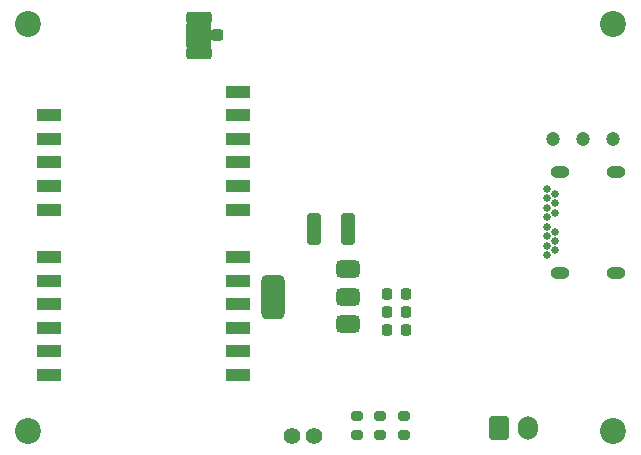
<source format=gbr>
%TF.GenerationSoftware,KiCad,Pcbnew,9.0.3*%
%TF.CreationDate,2025-07-30T22:19:27+08:00*%
%TF.ProjectId,airspeed_BIO,61697273-7065-4656-945f-42494f2e6b69,rev?*%
%TF.SameCoordinates,Original*%
%TF.FileFunction,Soldermask,Bot*%
%TF.FilePolarity,Negative*%
%FSLAX46Y46*%
G04 Gerber Fmt 4.6, Leading zero omitted, Abs format (unit mm)*
G04 Created by KiCad (PCBNEW 9.0.3) date 2025-07-30 22:19:27*
%MOMM*%
%LPD*%
G01*
G04 APERTURE LIST*
G04 Aperture macros list*
%AMRoundRect*
0 Rectangle with rounded corners*
0 $1 Rounding radius*
0 $2 $3 $4 $5 $6 $7 $8 $9 X,Y pos of 4 corners*
0 Add a 4 corners polygon primitive as box body*
4,1,4,$2,$3,$4,$5,$6,$7,$8,$9,$2,$3,0*
0 Add four circle primitives for the rounded corners*
1,1,$1+$1,$2,$3*
1,1,$1+$1,$4,$5*
1,1,$1+$1,$6,$7*
1,1,$1+$1,$8,$9*
0 Add four rect primitives between the rounded corners*
20,1,$1+$1,$2,$3,$4,$5,0*
20,1,$1+$1,$4,$5,$6,$7,0*
20,1,$1+$1,$6,$7,$8,$9,0*
20,1,$1+$1,$8,$9,$2,$3,0*%
G04 Aperture macros list end*
%ADD10C,2.200000*%
%ADD11C,0.650000*%
%ADD12O,1.600000X1.000000*%
%ADD13RoundRect,0.250000X-0.600000X-0.750000X0.600000X-0.750000X0.600000X0.750000X-0.600000X0.750000X0*%
%ADD14O,1.700000X2.000000*%
%ADD15C,1.400000*%
%ADD16C,1.200000*%
%ADD17RoundRect,0.200000X0.275000X-0.200000X0.275000X0.200000X-0.275000X0.200000X-0.275000X-0.200000X0*%
%ADD18RoundRect,0.225000X-0.225000X-0.250000X0.225000X-0.250000X0.225000X0.250000X-0.225000X0.250000X0*%
%ADD19RoundRect,0.250000X-0.325000X-1.100000X0.325000X-1.100000X0.325000X1.100000X-0.325000X1.100000X0*%
%ADD20R,2.000000X1.000000*%
%ADD21RoundRect,0.375000X0.625000X0.375000X-0.625000X0.375000X-0.625000X-0.375000X0.625000X-0.375000X0*%
%ADD22RoundRect,0.500000X0.500000X1.400000X-0.500000X1.400000X-0.500000X-1.400000X0.500000X-1.400000X0*%
%ADD23RoundRect,0.250000X0.275000X0.250000X-0.275000X0.250000X-0.275000X-0.250000X0.275000X-0.250000X0*%
%ADD24RoundRect,0.250000X0.850000X0.275000X-0.850000X0.275000X-0.850000X-0.275000X0.850000X-0.275000X0*%
G04 APERTURE END LIST*
%TO.C,J4*%
G36*
X113465000Y-63060000D02*
G01*
X111375000Y-63060000D01*
X111375000Y-64940000D01*
X113465000Y-64940000D01*
X113465000Y-63060000D01*
G37*
%TD*%
D10*
%TO.C,H1*%
X147500000Y-63000000D03*
%TD*%
D11*
%TO.C,J1*%
X141900000Y-77000000D03*
X142600000Y-77400000D03*
X142600000Y-78200000D03*
X141900000Y-78600000D03*
X142600000Y-79000000D03*
X141900000Y-79400000D03*
X141900000Y-80200000D03*
X142600000Y-80600000D03*
X141900000Y-81000000D03*
X142600000Y-81400000D03*
X142600000Y-82200000D03*
X141900000Y-82600000D03*
D12*
X143050000Y-84070000D03*
X147780000Y-84070000D03*
D11*
X141900000Y-81800000D03*
X141900000Y-77800000D03*
D12*
X143050000Y-75530000D03*
X147780000Y-75530000D03*
%TD*%
D10*
%TO.C,H3*%
X98000000Y-63000000D03*
%TD*%
D13*
%TO.C,J3*%
X137850000Y-97250000D03*
D14*
X140350000Y-97250000D03*
%TD*%
D15*
%TO.C,TH1*%
X120295000Y-97900000D03*
X122195000Y-97900000D03*
%TD*%
D16*
%TO.C,SW1*%
X142442500Y-72800000D03*
X144982500Y-72800000D03*
X147522500Y-72800000D03*
%TD*%
D10*
%TO.C,H4*%
X147500000Y-97500000D03*
%TD*%
%TO.C,H2*%
X98000000Y-97500000D03*
%TD*%
D17*
%TO.C,R19*%
X127800000Y-97825000D03*
X127800000Y-96175000D03*
%TD*%
%TO.C,R17*%
X125800000Y-97825000D03*
X125800000Y-96175000D03*
%TD*%
D18*
%TO.C,C9*%
X128400000Y-88900000D03*
X129950000Y-88900000D03*
%TD*%
D19*
%TO.C,C13*%
X122150000Y-80400000D03*
X125100000Y-80400000D03*
%TD*%
D20*
%TO.C,U7*%
X115740000Y-68750000D03*
X115740000Y-70750000D03*
X115740000Y-72750000D03*
X115740000Y-74750000D03*
X115740000Y-76750000D03*
X115740000Y-78750000D03*
X115740000Y-82750000D03*
X115740000Y-84750000D03*
X115740000Y-86750000D03*
X115740000Y-88750000D03*
X115740000Y-90750000D03*
X115740000Y-92750000D03*
X99740000Y-92750000D03*
X99740000Y-90750000D03*
X99740000Y-88750000D03*
X99740000Y-86750000D03*
X99740000Y-84750000D03*
X99740000Y-82750000D03*
X99740000Y-78750000D03*
X99740000Y-76750000D03*
X99740000Y-74750000D03*
X99740000Y-72750000D03*
X99740000Y-70750000D03*
%TD*%
D21*
%TO.C,U2*%
X125050000Y-83800000D03*
X125050000Y-86100000D03*
D22*
X118750000Y-86100000D03*
D21*
X125050000Y-88400000D03*
%TD*%
D18*
%TO.C,C8*%
X128400000Y-85890000D03*
X129950000Y-85890000D03*
%TD*%
D17*
%TO.C,R18*%
X129800000Y-97825000D03*
X129800000Y-96175000D03*
%TD*%
D23*
%TO.C,J4*%
X114000000Y-64000000D03*
D24*
X112475000Y-65475000D03*
X112475000Y-62525000D03*
%TD*%
D18*
%TO.C,C7*%
X128400000Y-87400000D03*
X129950000Y-87400000D03*
%TD*%
M02*

</source>
